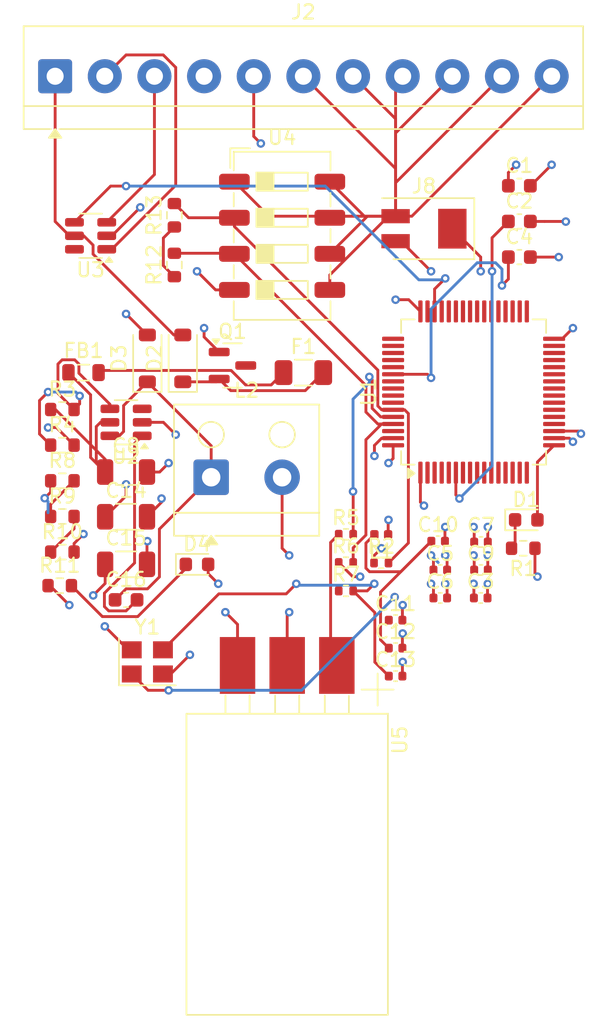
<source format=kicad_pcb>
(kicad_pcb (version 20241229) (generator "pcbnew") (generator_version "9.0")
  (layers (0 "F.Cu" signal) (4 "In1.Cu" signal) (6 "In2.Cu" signal) (2 "B.Cu" signal) (13 "F.Paste" user) (15 "B.Paste" user) (5 "F.SilkS" user "F.Silkscreen") (7 "B.SilkS" user "B.Silkscreen") (1 "F.Mask" user) (3 "B.Mask" user) (25 "Edge.Cuts" user))
  (net 0 "")
  (net 1 "GND")
  (net 2 "+3.3V")
  (net 3 "Net-(U1-PH1)")
  (net 4 "Net-(U1-PD2)")
  (net 5 "BUCK_IN")
  (net 6 "+3.3VA")
  (net 7 "HSE_IN")
  (net 8 "Net-(C13-Pad1)")
  (net 9 "BUCK_SW")
  (net 10 "BUCK_BST")
  (net 11 "LED_STATUS")
  (net 12 "Net-(D1-K)")
  (net 13 "Net-(D2-K)")
  (net 14 "+5V")
  (net 15 "Net-(D4-K)")
  (net 16 "Net-(F1-Pad1)")
  (net 18 "USB_CONN_D_P")
  (net 19 "USB_CONN_D_N")
  (net 20 "+12V")
  (net 21 "I2C1_SCL")
  (net 22 "BUCK_EN")
  (net 23 "BOOT0")
  (net 24 "Net-(R5-Pad1)")
  (net 25 "I2C1_SDA")
  (net 26 "HSE_OUT")
  (net 27 "BUCK_FB")
  (net 28 "Net-(R10-Pad1)")
  (net 29 "Net-(U4-VDD)")
  (net 34 "NRST")
  (net 51 "GYRO_INT")
  (net 54 "USB_D_P")
  (net 77 "USB_D_N")
  (footprint "Capacitor_SMD:C_0402_1005Metric" (layer "F.Cu") (at 174.15 84)
    (property "Reference" "C6")
    (property "Value" "100n")
  )
  (footprint "Capacitor_SMD:C_1206_3216Metric" (layer "F.Cu") (at 152 78.2825)
    (property "Reference" "C14")
    (property "Value" "10u")
  )
  (footprint "Capacitor_SMD:C_1206_3216Metric" (layer "F.Cu") (at 152 81.6325)
    (property "Reference" "C15")
    (property "Value" "10u")
  )
  (footprint "Resistor_SMD:R_0603_1608Metric" (layer "F.Cu") (at 155.405 57.055 90)
    (property "Reference" "R13")
    (property "Value" "2k2")
  )
  (footprint "Capacitor_SMD:C_0603_1608Metric" (layer "F.Cu") (at 179.725 60)
    (property "Reference" "C4")
    (property "Value" "2u2")
  )
  (footprint "Diode_SMD:D_SMB_Modified" (layer "F.Cu") (at 173 58)
    (property "Reference" "J8")
    (property "Value" "DC-005")
  )
  (footprint "Capacitor_SMD:C_0402_1005Metric" (layer "F.Cu") (at 171 85.56)
    (property "Reference" "C11")
    (property "Value" "12p")
  )
  (footprint "Capacitor_SMD:C_0402_1005Metric" (layer "F.Cu") (at 177.02 82.03)
    (property "Reference" "C9")
    (property "Value" "100n")
  )
  (footprint "Resistor_SMD:R_0402_1005Metric" (layer "F.Cu") (at 169.99 81.53)
    (property "Reference" "R2")
    (property "Value" "2k2")
  )
  (footprint "Capacitor_SMD:C_0402_1005Metric" (layer "F.Cu") (at 177 84)
    (property "Reference" "C3")
    (property "Value" "100n")
  )
  (footprint "Capacitor_SMD:C_0402_1005Metric" (layer "F.Cu") (at 177.02 80.06)
    (property "Reference" "C7")
    (property "Value" "100n")
  )
  (footprint "Resistor_SMD:R_0603_1608Metric" (layer "F.Cu") (at 147.51 73.24)
    (property "Reference" "R4")
    (property "Value" "68k")
  )
  (footprint "Inductor_SMD:L_0402_1005Metric" (layer "F.Cu") (at 169.99 79.54 180)
    (property "Reference" "L1")
    (property "Value" "39n")
  )
  (footprint "Fuse:Fuse_1206_3216Metric" (layer "F.Cu") (at 164.5 68.1325)
    (property "Reference" "F1")
    (property "Value" "250mA")
  )
  (footprint "Package_TO_SOT_SMD:SOT-23" (layer "F.Cu") (at 159.5 67.6325)
    (property "Reference" "Q1")
    (property "Value" "AO3401A")
  )
  (footprint "Diode_SMD:D_SOD-123" (layer "F.Cu") (at 153.5 67.1325 90)
    (property "Reference" "D3")
    (property "Value" "B5819W")
  )
  (footprint "TerminalBlock_RND:TerminalBlock_RND_205-00001_1x02_P5.00mm_Horizontal" (layer "F.Cu") (at 158 75.5)
    (property "Reference" "L2")
    (property "Value" "10u")
  )
  (footprint "Package_QFP:LQFP-64_10x10mm_P0.5mm" (layer "F.Cu") (at 176.5 69.5 90)
    (property "Reference" "U1")
    (property "Value" "STM32F405RGT6")
  )
  (footprint "Resistor_SMD:R_0402_1005Metric" (layer "F.Cu") (at 167.5 81.51)
    (property "Reference" "R6")
    (property "Value" "2k2")
  )
  (footprint "Resistor_SMD:R_0603_1608Metric" (layer "F.Cu") (at 180 80.5 180)
    (property "Reference" "R1")
    (property "Value" "1k5")
  )
  (footprint "Resistor_SMD:R_0402_1005Metric" (layer "F.Cu") (at 167.5 79.52)
    (property "Reference" "R5")
    (property "Value" "10k")
  )
  (footprint "Capacitor_SMD:C_0402_1005Metric" (layer "F.Cu") (at 171 89.5)
    (property "Reference" "C13")
    (property "Value" "12p")
  )
  (footprint "Resistor_SMD:R_0603_1608Metric" (layer "F.Cu") (at 147.325 83.1325)
    (property "Reference" "R11")
    (property "Value" "1k")
  )
  (footprint "LED_SMD:LED_0603_1608Metric" (layer "F.Cu") (at 157 81.6325)
    (property "Reference" "D4")
    (property "Value" "RED")
  )
  (footprint "Capacitor_SMD:C_0603_1608Metric" (layer "F.Cu") (at 152 84.1325)
    (property "Reference" "C16")
    (property "Value" "10n")
  )
  (footprint "Capacitor_SMD:CP_Elec_CAP-XX_DMF3Zxxxxxxxx3D" (layer "F.Cu") (at 163.3575 102.75 -90)
    (property "Reference" "U5")
    (property "Value" "PCM12SMTR")
  )
  (footprint "Crystal:Crystal_SMD_3225-4Pin_3.2x2.5mm" (layer "F.Cu") (at 153.5 88.5)
    (property "Reference" "Y1")
    (property "Value" "16MHz")
  )
  (footprint "LED_SMD:LED_0603_1608Metric" (layer "F.Cu") (at 180.2125 78.5)
    (property "Reference" "D1")
    (property "Value" "BLUE")
  )
  (footprint "Resistor_SMD:R_0603_1608Metric" (layer "F.Cu") (at 147.51 78.26)
    (property "Reference" "R9")
    (property "Value" "15k")
  )
  (footprint "Diode_SMD:D_SOD-123" (layer "F.Cu") (at 156 67.1325 90)
    (property "Reference" "D2")
    (property "Value" "B5819W")
  )
  (footprint "Capacitor_SMD:C_0603_1608Metric" (layer "F.Cu") (at 179.725 57.49)
    (property "Reference" "C2")
    (property "Value" "2u2")
  )
  (footprint "Capacitor_SMD:C_0402_1005Metric" (layer "F.Cu") (at 174 80)
    (property "Reference" "C10")
    (property "Value" "1u")
  )
  (footprint "Resistor_SMD:R_0603_1608Metric" (layer "F.Cu") (at 155.405 60.555 90)
    (property "Reference" "R12")
    (property "Value" "2k2")
  )
  (footprint "Resistor_SMD:R_0402_1005Metric" (layer "F.Cu") (at 167.5 83.5)
    (property "Reference" "R7")
    (property "Value" "47")
  )
  (footprint "Resistor_SMD:R_0603_1608Metric" (layer "F.Cu") (at 147.51 75.75)
    (property "Reference" "R8")
    (property "Value" "47k")
  )
  (footprint "Inductor_SMD:L_0805_2012Metric" (layer "F.Cu") (at 149 68.1325)
    (property "Reference" "FB1")
    (property "Value" "600 @ 600MHz")
  )
  (footprint "TerminalBlock_4Ucon:TerminalBlock_4Ucon_1x11_P3.50mm_Horizontal" (layer "F.Cu") (at 147 47.2675)
    (property "Reference" "J2")
    (property "Value" "10118193-0001LF")
  )
  (footprint "Capacitor_SMD:C_0402_1005Metric" (layer "F.Cu") (at 171 87.53)
    (property "Reference" "C12")
    (property "Value" "10n")
  )
  (footprint "Package_TO_SOT_SMD:SOT-23-6" (layer "F.Cu") (at 149.5 58.5 180)
    (property "Reference" "U3")
    (property "Value" "USBLC6-2SC6")
  )
  (footprint "Resistor_SMD:R_0603_1608Metric" (layer "F.Cu") (at 147.51 70.73)
    (property "Reference" "R3")
    (property "Value" "100k")
  )
  (footprint "Button_Switch_SMD:SW_DIP_SPSTx04_Slide_6.7x11.72mm_W6.73mm_P2.54mm_LowProfile_JPin" (layer "F.Cu") (at 163 58.5)
    (property "Reference" "U4")
    (property "Value" "MAX30101EFD")
  )
  (footprint "Package_TO_SOT_SMD:SOT-23-6" (layer "F.Cu") (at 152 71.6325 180)
    (property "Reference" "U2")
    (property "Value" "MP2359DJ-LF-Z")
  )
  (footprint "Capacitor_SMD:C_1206_3216Metric" (layer "F.Cu") (at 152 75.1325)
    (property "Reference" "C8")
    (property "Value" "10u")
  )
  (footprint "Capacitor_SMD:C_0402_1005Metric" (layer "F.Cu") (at 174.15 82.03)
    (property "Reference" "C5")
    (property "Value" "100n")
  )
  (footprint "Capacitor_SMD:C_0603_1608Metric" (layer "F.Cu") (at 179.725 54.98)
    (property "Reference" "C1")
    (property "Value" "4u7")
  )
  (footprint "Resistor_SMD:R_0603_1608Metric" (layer "F.Cu") (at 147.51 80.77)
    (property "Reference" "R10")
    (property "Value" "270")
  )
  (segment (start 171 57.12) (end 171 54.7675) (width 0.2) (layer "F.Cu") (net 0))
  (segment (start 171 57.12) (end 172.1475 57.12) (width 0.2) (layer "F.Cu") (net 0))
  (segment (start 168.795 57.12) (end 166.365 54.69) (width 0.2) (layer "F.Cu") (net 0))
  (segment (start 171 57.12) (end 171 47.7675) (width 0.2) (layer "F.Cu") (net 0))
  (segment (start 171 57.12) (end 171 53.7675) (width 0.2) (layer "F.Cu") (net 0))
  (segment (start 171 57.12) (end 170.5 57.12) (width 0.2) (layer "F.Cu") (net 0))
  (segment (start 171 57.12) (end 171 50.2675) (width 0.2) (layer "F.Cu") (net 0))
  (segment (start 171 57.12) (end 166.475 57.12) (width 0.2) (layer "F.Cu") (net 0))
  (segment (start 166.475 57.12) (end 166.365 57.23) (width 0.2) (layer "F.Cu") (net 0))
  (segment (start 166.365 61.255) (end 166.365 62.31) (width 0.2) (layer "F.Cu") (net 0))
  (segment (start 171 53.7675) (end 164.5 47.2675) (width 0.2) (layer "F.Cu") (net 0))
  (segment (start 171 57.12) (end 168.795 57.12) (width 0.2) (layer "F.Cu") (net 0))
  (segment (start 171 47.7675) (end 171.5 47.2675) (width 0.2) (layer "F.Cu") (net 0))
  (segment (start 171 54.7675) (end 178.5 47.2675) (width 0.2) (layer "F.Cu") (net 0))
  (segment (start 171 57.12) (end 162.065 57.12) (width 0.2) (layer "F.Cu") (net 0))
  (segment (start 171 50.2675) (end 168 47.2675) (width 0.2) (layer "F.Cu") (net 0))
  (segment (start 171 57.12) (end 171 51.2675) (width 0.2) (layer "F.Cu") (net 0))
  (segment (start 169.015 57.12) (end 166.365 59.77) (width 0.2) (layer "F.Cu") (net 0))
  (segment (start 171 51.2675) (end 175 47.2675) (width 0.2) (layer "F.Cu") (net 0))
  (segment (start 172.1475 57.12) (end 182 47.2675) (width 0.2) (layer "F.Cu") (net 0))
  (segment (start 171 57.12) (end 169.015 57.12) (width 0.2) (layer "F.Cu") (net 0))
  (segment (start 170.5 57.12) (end 166.365 61.255) (width 0.2) (layer "F.Cu") (net 0))
  (segment (start 162.065 57.12) (end 159.635 54.69) (width 0.2) (layer "F.Cu") (net 0))
  (segment (start 148.335 73.24) (end 147.095 72) (width 0.2) (layer "F.Cu") (net 1))
  (segment (start 151 58.5) (end 153 56.5) (width 0.2) (layer "F.Cu") (net 1))
  (segment (start 158.5625 66.6825) (end 157.5 65.62) (width 0.2) (layer "F.Cu") (net 1))
  (segment (start 177.5 80.06) (end 177.5 79) (width 0.2) (layer "F.Cu") (net 1))
  (segment (start 171.48 86.52) (end 171.5 86.5) (width 0.2) (layer "F.Cu") (net 1))
  (segment (start 146.5 83.1325) (end 146.6325 83.1325) (width 0.2) (layer "F.Cu") (net 1))
  (segment (start 170.016176 72.75) (end 169.509 73.257176) (width 0.2) (layer "F.Cu") (net 1))
  (segment (start 183 57.5) (end 182.99 57.49) (width 0.2) (layer "F.Cu") (net 1))
  (segment (start 171.48 85.56) (end 171.48 84.52) (width 0.2) (layer "F.Cu") (net 1))
  (segment (start 147.095 72) (end 146.5 72) (width 0.2) (layer "F.Cu") (net 1))
  (segment (start 183.25 72.75) (end 183.5 73) (width 0.2) (layer "F.Cu") (net 1))
  (segment (start 171.38 58.88) (end 173.5 61) (width 0.2) (layer "F.Cu") (net 1))
  (segment (start 171.48 89.5) (end 171.48 88.52) (width 0.2) (layer "F.Cu") (net 1))
  (segment (start 174.48 79.02) (end 174.5 79) (width 0.2) (layer "F.Cu") (net 1))
  (segment (start 180.825 80.5) (end 180.825 82.325) (width 0.2) (layer "F.Cu") (net 1))
  (segment (start 174.63 81.13) (end 174.5 81) (width 0.2) (layer "F.Cu") (net 1))
  (segment (start 181.5 57.49) (end 182.99 57.49) (width 0.2) (layer "F.Cu") (net 1))
  (segment (start 175 58) (end 177 60) (width 0.2) (layer "F.Cu") (net 1))
  (segment (start 177.48 83.02) (end 177.5 83) (width 0.2) (layer "F.Cu") (net 1))
  (segment (start 171 58.88) (end 171.38 58.88) (width 0.2) (layer "F.Cu") (net 1))
  (segment (start 177.5 82.03) (end 177.5 81) (width 0.2) (layer "F.Cu") (net 1))
  (segment (start 177.48 84) (end 177.48 83.02) (width 0.2) (layer "F.Cu") (net 1))
  (segment (start 182.175 72.75) (end 183.25 72.75) (width 0.2) (layer "F.Cu") (net 1))
  (segment (start 171.48 88.52) (end 171.5 88.5) (width 0.2) (layer "F.Cu") (net 1))
  (segment (start 157.5 65.62) (end 157.5 65) (width 0.2) (layer "F.Cu") (net 1))
  (segment (start 153.475 80.025) (end 153.5 80) (width 0.2) (layer "F.Cu") (net 1))
  (segment (start 174.63 84) (end 174.63 83.13) (width 0.2) (layer "F.Cu") (net 1))
  (segment (start 163.3575 85.1425) (end 163.5 85) (width 0.2) (layer "F.Cu") (net 1))
  (segment (start 177 60) (end 177 61) (width 0.2) (layer "F.Cu") (net 1))
  (segment (start 163.3575 88.75) (end 163.3575 85.1425) (width 0.2) (layer "F.Cu") (net 1))
  (segment (start 161 51.5) (end 161.5 52) (width 0.2) (layer "F.Cu") (net 1))
  (segment (start 171.48 87.53) (end 171.48 86.52) (width 0.2) (layer "F.Cu") (net 1))
  (segment (start 150.6375 58.5) (end 151 58.5) (width 0.2) (layer "F.Cu") (net 1))
  (segment (start 169.509 73.257176) (end 169.509 74) (width 0.2) (layer "F.Cu") (net 1))
  (segment (start 154.3675 75.1325) (end 155 74.5) (width 0.2) (layer "F.Cu") (net 1))
  (segment (start 152.15 87.65) (end 150.5 86) (width 0.2) (layer "F.Cu") (net 1))
  (segment (start 171.48 84.52) (end 171.5 84.5) (width 0.2) (layer "F.Cu") (net 1))
  (segment (start 180.5 60) (end 182.5 60) (width 0.2) (layer "F.Cu") (net 1))
  (segment (start 155.15 89.35) (end 156.5 88) (width 0.2) (layer "F.Cu") (net 1))
  (segment (start 154.6325 71.6325) (end 155.5 72.5) (width 0.2) (layer "F.Cu") (net 1))
  (segment (start 174.63 82.03) (end 174.63 81.13) (width 0.2) (layer "F.Cu") (net 1))
  (segment (start 146.6325 83.1325) (end 148 84.5) (width 0.2) (layer "F.Cu") (net 1))
  (segment (start 174.48 80) (end 174.48 79.02) (width 0.2) (layer "F.Cu") (net 1))
  (segment (start 153.475 81.6325) (end 153.475 80.025) (width 0.2) (layer "F.Cu") (net 1))
  (segment (start 180.5 54.98) (end 180.52 54.98) (width 0.2) (layer "F.Cu") (net 1))
  (segment (start 180.825 82.325) (end 181 82.5) (width 0.2) (layer "F.Cu") (net 1))
  (segment (start 148.335 80.77) (end 148.335 80.165) (width 0.2) (layer "F.Cu") (net 1))
  (segment (start 159.635 62.31) (end 158.31 62.31) (width 0.2) (layer "F.Cu") (net 1))
  (segment (start 161 47.2675) (end 161 51.5) (width 0.2) (layer "F.Cu") (net 1))
  (segment (start 154.5 77.2575) (end 154.5 77) (width 0.2) (layer "F.Cu") (net 1))
  (segment (start 152.4 87.65) (end 152.15 87.65) (width 0.2) (layer "F.Cu") (net 1))
  (segment (start 174.63 83.13) (end 174.5 83) (width 0.2) (layer "F.Cu") (net 1))
  (segment (start 170.825 72.75) (end 170.016176 72.75) (width 0.2) (layer "F.Cu") (net 1))
  (segment (start 148.335 80.165) (end 149 79.5) (width 0.2) (layer "F.Cu") (net 1))
  (segment (start 154.6 89.35) (end 155.15 89.35) (width 0.2) (layer "F.Cu") (net 1))
  (segment (start 153.1375 71.6325) (end 154.6325 71.6325) (width 0.2) (layer "F.Cu") (net 1))
  (segment (start 180.5 57.49) (end 181.5 57.49) (width 0.2) (layer "F.Cu") (net 1))
  (segment (start 153.5 65.4825) (end 153.4825 65.4825) (width 0.2) (layer "F.Cu") (net 1))
  (segment (start 180.52 54.98) (end 182 53.5) (width 0.2) (layer "F.Cu") (net 1))
  (segment (start 153.475 75.1325) (end 154.3675 75.1325) (width 0.2) (layer "F.Cu") (net 1))
  (segment (start 153.4825 65.4825) (end 152 64) (width 0.2) (layer "F.Cu") (net 1))
  (segment (start 153.475 78.2825) (end 154.5 77.2575) (width 0.2) (layer "F.Cu") (net 1))
  (segment (start 158.31 62.31) (end 157 61) (width 0.2) (layer "F.Cu") (net 1))
  (via (at 154.5 77) (size 0.6) (drill 0.3) (layers "F.Cu" "B.Cu") (net 1))
  (via (at 173.5 61) (size 0.6) (drill 0.3) (layers "F.Cu" "B.Cu") (net 1))
  (via (at 171.5 88.5) (size 0.6) (drill 0.3) (layers "F.Cu" "B.Cu") (net 1))
  (via (at 157 61) (size 0.6) (drill 0.3) (layers "F.Cu" "B.Cu") (net 1))
  (via (at 171.5 84.5) (size 0.6) (drill 0.3) (layers "F.Cu" "B.Cu") (net 1))
  (via (at 149 79.5) (size 0.6) (drill 0.3) (layers "F.Cu" "B.Cu") (net 1))
  (via (at 181 82.5) (size 0.6) (drill 0.3) (layers "F.Cu" "B.Cu") (net 1))
  (via (at 155.5 72.5) (size 0.6) (drill 0.3) (layers "F.Cu" "B.Cu") (net 1))
  (via (at 150.5 86) (size 0.6) (drill 0.3) (layers "F.Cu" "B.Cu") (net 1))
  (via (at 177 61) (size 0.6) (drill 0.3) (layers "F.Cu" "B.Cu") (net 1))
  (via (at 156.5 88) (size 0.6) (drill 0.3) (layers "F.Cu" "B.Cu") (net 1))
  (via (at 177.5 79) (size 0.6) (drill 0.3) (layers "F.Cu" "B.Cu") (net 1))
  (via (at 182.5 60) (size 0.6) (drill 0.3) (layers "F.Cu" "B.Cu") (net 1))
  (via (at 174.5 83) (size 0.6) (drill 0.3) (layers "F.Cu" "B.Cu") (net 1))
  (via (at 153 56.5) (size 0.6) (drill 0.3) (layers "F.Cu" "B.Cu") (net 1))
  (via (at 174.5 79) (size 0.6) (drill 0.3) (layers "F.Cu" "B.Cu") (net 1))
  (via (at 177.5 83) (size 0.6) (drill 0.3) (layers "F.Cu" "B.Cu") (net 1))
  (via (at 183 57.5) (size 0.6) (drill 0.3) (layers "F.Cu" "B.Cu") (net 1))
  (via (at 155 74.5) (size 0.6) (drill 0.3) (layers "F.Cu" "B.Cu") (net 1))
  (via (at 153.5 80) (size 0.6) (drill 0.3) (layers "F.Cu" "B.Cu") (net 1))
  (via (at 157.5 65) (size 0.6) (drill 0.3) (layers "F.Cu" "B.Cu") (net 1))
  (via (at 182 53.5) (size 0.6) (drill 0.3) (layers "F.Cu" "B.Cu") (net 1))
  (via (at 177.5 81) (size 0.6) (drill 0.3) (layers "F.Cu" "B.Cu") (net 1))
  (via (at 183.5 73) (size 0.6) (drill 0.3) (layers "F.Cu" "B.Cu") (net 1))
  (via (at 163.5 85) (size 0.6) (drill 0.3) (layers "F.Cu" "B.Cu") (net 1))
  (via (at 171.5 86.5) (size 0.6) (drill 0.3) (layers "F.Cu" "B.Cu") (net 1))
  (via (at 148 84.5) (size 0.6) (drill 0.3) (layers "F.Cu" "B.Cu") (net 1))
  (via (at 146.5 72) (size 0.6) (drill 0.3) (layers "F.Cu" "B.Cu") (net 1))
  (via (at 169.509 74) (size 0.6) (drill 0.3) (layers "F.Cu" "B.Cu") (net 1))
  (via (at 152 64) (size 0.6) (drill 0.3) (layers "F.Cu" "B.Cu") (net 1))
  (via (at 174.5 81) (size 0.6) (drill 0.3) (layers "F.Cu" "B.Cu") (net 1))
  (via (at 161.5 52) (size 0.6) (drill 0.3) (layers "F.Cu" "B.Cu") (net 1))
  (segment (start 171.925 63) (end 171 63) (width 0.2) (layer "F.Cu") (net 2))
  (segment (start 176.52 84) (end 176.52 83.986398) (width 0.2) (layer "F.Cu") (net 2))
  (segment (start 150.525 82.975) (end 149.683015 83.816985) (width 0.2) (layer "F.Cu") (net 2))
  (segment (start 176.52 84) (end 176.52 83.02) (width 0.2) (layer "F.Cu") (net 2))
  (segment (start 157.7875 81.6325) (end 157.7875 82.2875) (width 0.2) (layer "F.Cu") (net 2))
  (segment (start 157.7875 82.2875) (end 158.5 83) (width 0.2) (layer "F.Cu") (net 2))
  (segment (start 176.54 82.03) (end 176.54 81.04) (width 0.2) (layer "F.Cu") (net 2))
  (segment (start 159.8575 85.8575) (end 159 85) (width 0.2) (layer "F.Cu") (net 2))
  (segment (start 167.98 82.5) (end 168.5 82.5) (width 0.2) (layer "F.Cu") (net 2))
  (segment (start 146.685 75.75) (end 146.685 76.55147) (width 0.2) (layer "F.Cu") (net 2))
  (segment (start 146.685 76.55147) (end 146.262067 76.974403) (width 0.2) (layer "F.Cu") (net 2))
  (segment (start 170.825 74.175) (end 170.5 74.5) (width 0.2) (layer "F.Cu") (net 2))
  (segment (start 169.48 81.02) (end 170 80.5) (width 0.2) (layer "F.Cu") (net 2))
  (segment (start 172.75 63.825) (end 171.925 63) (width 0.2) (layer "F.Cu") (net 2))
  (segment (start 176.54 81.04) (end 176.5 81) (width 0.2) (layer "F.Cu") (net 2))
  (segment (start 151.999 76.8085) (end 151.999 76) (width 0.2) (layer "F.Cu") (net 2))
  (segment (start 150.525 81.6325) (end 150.525 82.975) (width 0.2) (layer "F.Cu") (net 2))
  (segment (start 176.52 83.986398) (end 176.510845 83.977243) (width 0.2) (layer "F.Cu") (net 2))
  (segment (start 182.175 72.25) (end 183.881374 72.25) (width 0.2) (layer "F.Cu") (net 2))
  (segment (start 176.52 83.02) (end 176.5 83) (width 0.2) (layer "F.Cu") (net 2))
  (segment (start 173.67 83.17) (end 173.5 83) (width 0.2) (layer "F.Cu") (net 2))
  (segment (start 178.95 54.98) (end 178.95 54.05) (width 0.2) (layer "F.Cu") (net 2))
  (segment (start 183.881374 72.25) (end 184.065687 72.434313) (width 0.2) (layer "F.Cu") (net 2))
  (segment (start 159.8575 88.75) (end 159.8575 85.8575) (width 0.2) (layer "F.Cu") (net 2))
  (segment (start 163 75.5) (end 163 80.5) (width 0.2) (layer "F.Cu") (net 2))
  (segment (start 176.54 79.04) (end 176.5 79) (width 0.2) (layer "F.Cu") (net 2))
  (segment (start 170.475 79.54) (end 170.475 78.525) (width 0.2) (layer "F.Cu") (net 2))
  (segment (start 170.825 73.25) (end 170.825 74.175) (width 0.2) (layer "F.Cu") (net 2))
  (segment (start 172.75 77.25) (end 173 77.5) (width 0.2) (layer "F.Cu") (net 2))
  (segment (start 178.95 54.05) (end 179.5 53.5) (width 0.2) (layer "F.Cu") (net 2))
  (segment (start 173.67 82.03) (end 173.67 81.17) (width 0.2) (layer "F.Cu") (net 2))
  (segment (start 172.75 75.175) (end 172.75 77.25) (width 0.2) (layer "F.Cu") (net 2))
  (segment (start 169.48 81.53) (end 169.48 81.02) (width 0.2) (layer "F.Cu") (net 2))
  (segment (start 150.525 78.2825) (end 151.999 76.8085) (width 0.2) (layer "F.Cu") (net 2))
  (segment (start 182.75 65.75) (end 183.5 65) (width 0.2) (layer "F.Cu") (net 2))
  (segment (start 176.54 80.06) (end 176.54 79.04) (width 0.2) (layer "F.Cu") (net 2))
  (segment (start 182.175 65.75) (end 182.75 65.75) (width 0.2) (layer "F.Cu") (net 2))
  (segment (start 173.67 81.17) (end 173.5 81) (width 0.2) (layer "F.Cu") (net 2))
  (segment (start 170.475 78.525) (end 170.5 78.5) (width 0.2) (layer "F.Cu") (net 2))
  (segment (start 163 80.5) (end 163.5 81) (width 0.2) (layer "F.Cu") (net 2))
  (segment (start 166.99 81.51) (end 167.98 82.5) (width 0.2) (layer "F.Cu") (net 2))
  (segment (start 173.67 84) (end 173.67 83.17) (width 0.2) (layer "F.Cu") (net 2))
  (via (at 149.683015 83.816985) (size 0.6) (drill 0.3) (layers "F.Cu" "B.Cu") (net 2))
  (via (at 176.5 83) (size 0.6) (drill 0.3) (layers "F.Cu" "B.Cu") (net 2))
  (via (at 171 63) (size 0.6) (drill 0.3) (layers "F.Cu" "B.Cu") (net 2))
  (via (at 176.5 79) (size 0.6) (drill 0.3) (layers "F.Cu" "B.Cu") (net 2))
  (via (at 173 77.5) (size 0.6) (drill 0.3) (layers "F.Cu" "B.Cu") (net 2))
  (via (at 151.999 76) (size 0.6) (drill 0.3) (layers "F.Cu" "B.Cu") (net 2))
  (via (at 170.5 78.5) (size 0.6) (drill 0.3) (layers "F.Cu" "B.Cu") (net 2))
  (via (at 159 85) (size 0.6) (drill 0.3) (layers "F.Cu" "B.Cu") (net 2))
  (via (at 146.262067 76.974403) (size 0.6) (drill 0.3) (layers "F.Cu" "B.Cu") (net 2))
  (via (at 176.5 81) (size 0.6) (drill 0.3) (layers "F.Cu" "B.Cu") (net 2))
  (via (at 168.5 82.5) (size 0.6) (drill 0.3) (layers "F.Cu" "B.Cu") (net 2))
  (via (at 173.5 81) (size 0.6) (drill 0.3) (layers "F.Cu" "B.Cu") (net 2))
  (via (at 170 80.5) (size 0.6) (drill 0.3) (layers "F.Cu" "B.Cu") (net 2))
  (via (at 184.065687 72.434313) (size 0.6) (drill 0.3) (layers "F.Cu" "B.Cu") (net 2))
  (via (at 158.5 83) (size 0.6) (drill 0.3) (layers "F.Cu" "B.Cu") (net 2))
  (via (at 163.5 81) (size 0.6) (drill 0.3) (layers "F.Cu" "B.Cu") (net 2))
  (via (at 183.5 65) (size 0.6) (drill 0.3) (layers "F.Cu" "B.Cu") (net 2))
  (via (at 179.5 53.5) (size 0.6) (drill 0.3) (layers "F.Cu" "B.Cu") (net 2))
  (via (at 170.5 74.5) (size 0.6) (drill 0.3) (layers "F.Cu" "B.Cu") (net 2))
  (via (at 173.5 83) (size 0.6) (drill 0.3) (layers "F.Cu" "B.Cu") (net 2))
  (segment (start 174 81.5) (end 173.5 81) (width 0.2) (layer "B.Cu") (net 2))
  (segment (start 146.262067 76.974403) (end 146.5 77.212336) (width 0.2) (layer "B.Cu") (net 2))
  (segment (start 146.5 77.212336) (end 146.5 78) (width 0.2) (layer "B.Cu") (net 2))
  (segment (start 175.25 76.75) (end 175.25 75.175) (width 0.2) (layer "F.Cu") (net 3))
  (segment (start 178.95 57.49) (end 177.800003 58.639997) (width 0.2) (layer "F.Cu") (net 3))
  (segment (start 177.800003 58.639997) (end 177.800003 61) (width 0.2) (layer "F.Cu") (net 3))
  (segment (start 175.5 77) (end 175.25 76.75) (width 0.2) (layer "F.Cu") (net 3))
  (via (at 177.800003 61) (size 0.6) (drill 0.3) (layers "F.Cu" "B.Cu") (net 3))
  (via (at 175.5 77) (size 0.6) (drill 0.3) (layers "F.Cu" "B.Cu") (net 3))
  (segment (start 177.800003 61) (end 177.800003 74.699997) (width 0.2) (layer "B.Cu") (net 3))
  (segment (start 177.800003 74.699997) (end 175.5 77) (width 0.2) (layer "B.Cu") (net 3))
  (segment (start 173.25 68.25) (end 170.825 68.25) (width 0.2) (layer "F.Cu") (net 4))
  (segment (start 173.5 68.5) (end 173.25 68.25) (width 0.2) (layer "F.Cu") (net 4))
  (segment (start 178.95 60) (end 178.95 61.55) (width 0.2) (layer "F.Cu") (net 4))
  (segment (start 178.95 61.55) (end 178.5 62) (width 0.2) (layer "F.Cu") (net 4))
  (via (at 173.5 68.5) (size 0.6) (drill 0.3) (layers "F.Cu" "B.Cu") (net 4))
  (via (at 178.5 62) (size 0.6) (drill 0.3) (layers "F.Cu" "B.Cu") (net 4))
  (segment (start 173.5 63.650057) (end 173.5 68.5) (width 0.2) (layer "B.Cu") (net 4))
  (segment (start 178.048946 60.399) (end 176.751057 60.399) (width 0.2) (layer "B.Cu") (net 4))
  (segment (start 178.5 62) (end 178.5 60.850054) (width 0.2) (layer "B.Cu") (net 4))
  (segment (start 178.5 60.850054) (end 178.048946 60.399) (width 0.2) (layer "B.Cu") (net 4))
  (segment (start 176.751057 60.399) (end 173.5 63.650057) (width 0.2) (layer "B.Cu") (net 4))
  (segment (start 149.5 74.1075) (end 149.5 69.695) (width 0.2) (layer "F.Cu") (net 5))
  (segment (start 150.525 75.1325) (end 150.525 74.2325) (width 0.2) (layer "F.Cu") (net 5))
  (segment (start 150.525 75.1325) (end 149.5 74.1075) (width 0.2) (layer "F.Cu") (net 5))
  (segment (start 149.5 69.695) (end 147.9375 68.1325) (width 0.2) (layer "F.Cu") (net 5))
  (segment (start 150.200001 71.6325) (end 150.8625 71.6325) (width 0.2) (layer "F.Cu") (net 5))
  (segment (start 149.899 71.933501) (end 150.200001 71.6325) (width 0.2) (layer "F.Cu") (net 5))
  (segment (start 150.525 75.1325) (end 149.899 74.5065) (width 0.2) (layer "F.Cu") (net 5))
  (segment (start 150.525 74.2325) (end 147.0225 70.73) (width 0.2) (layer "F.Cu") (net 5))
  (segment (start 147.0225 70.73) (end 146.685 70.73) (width 0.2) (layer "F.Cu") (net 5))
  (segment (start 149.899 74.5065) (end 149.899 71.933501) (width 0.2) (layer "F.Cu") (net 5))
  (segment (start 173.52 80) (end 171.369 82.151) (width 0.2) (layer "F.Cu") (net 6))
  (segment (start 168.909 80.136) (end 169.505 79.54) (width 0.2) (layer "F.Cu") (net 6))
  (segment (start 171.369 82.151) (end 169.16066 82.151) (width 0.2) (layer "F.Cu") (net 6))
  (segment (start 169.16066 82.151) (end 168.909 81.89934) (width 0.2) (layer "F.Cu") (net 6))
  (segment (start 169.939 86.949) (end 170.52 87.53) (width 0.2) (layer "F.Cu") (net 6))
  (segment (start 169.939 83.581) (end 169.939 86.949) (width 0.2) (layer "F.Cu") (net 6))
  (segment (start 173.52 80) (end 169.939 83.581) (width 0.2) (layer "F.Cu") (net 6))
  (segment (start 168.909 81.89934) (end 168.909 80.136) (width 0.2) (layer "F.Cu") (net 6))
  (segment (start 152.4 89.35) (end 153.55 90.5) (width 0.2) (layer "F.Cu") (net 7))
  (segment (start 153.55 90.5) (end 155 90.5) (width 0.2) (layer "F.Cu") (net 7))
  (via (at 155 90.5) (size 0.6) (drill 0.3) (layers "F.Cu" "B.Cu") (net 7))
  (via (at 170.934313 83.934313) (size 0.6) (drill 0.3) (layers "F.Cu" "B.Cu") (net 7))
  (segment (start 164.368626 90.5) (end 170.934313 83.934313) (width 0.2) (layer "B.Cu") (net 7))
  (segment (start 155 90.5) (end 164.368626 90.5) (width 0.2) (layer "B.Cu") (net 7))
  (segment (start 154.6 87.65) (end 158.5385 83.7115) (width 0.2) (layer "F.Cu") (net 8))
  (segment (start 163.2885 83.7115) (end 164 83) (width 0.2) (layer "F.Cu") (net 8))
  (segment (start 169 83.5) (end 168.01 83.5) (width 0.2) (layer "F.Cu") (net 8))
  (segment (start 170.52 89.5) (end 169.538 88.518) (width 0.2) (layer "F.Cu") (net 8))
  (segment (start 158.5385 83.7115) (end 163.2885 83.7115) (width 0.2) (layer "F.Cu") (net 8))
  (segment (start 169.538 85.028) (end 168.01 83.5) (width 0.2) (layer "F.Cu") (net 8))
  (segment (start 169.538 88.518) (end 169.538 85.028) (width 0.2) (layer "F.Cu") (net 8))
  (segment (start 169.5 83) (end 169 83.5) (width 0.2) (layer "F.Cu") (net 8))
  (via (at 164 83) (size 0.6) (drill 0.3) (layers "F.Cu" "B.Cu") (net 8))
  (via (at 169.5 83) (size 0.6) (drill 0.3) (layers "F.Cu" "B.Cu") (net 8))
  (segment (start 169.399 83.101) (end 169.5 83) (width 0.2) (layer "B.Cu") (net 8))
  (segment (start 164.101 83.101) (end 169.399 83.101) (width 0.2) (layer "B.Cu") (net 8))
  (segment (start 164 83) (end 164.101 83.101) (width 0.2) (layer "B.Cu") (net 8))
  (segment (start 153.51216 83.3565) (end 152.001 83.3565) (width 0.2) (layer "F.Cu") (net 9))
  (segment (start 158 75.5) (end 154.351 79.149) (width 0.2) (layer "F.Cu") (net 9))
  (segment (start 153.5 68.7825) (end 151.826 70.4565) (width 0.2) (layer "F.Cu") (net 9))
  (segment (start 158 73.2825) (end 158 75.5) (width 0.2) (layer "F.Cu") (net 9))
  (segment (start 151.826 72.281499) (end 151.524999 72.5825) (width 0.2) (layer "F.Cu") (net 9))
  (segment (start 154.351 82.51766) (end 153.51216 83.3565) (width 0.2) (layer "F.Cu") (net 9))
  (segment (start 151.826 70.4565) (end 151.826 72.281499) (width 0.2) (layer "F.Cu") (net 9))
  (segment (start 153.5 68.7825) (end 158 73.2825) (width 0.2) (layer "F.Cu") (net 9))
  (segment (start 152.001 83.3565) (end 151.225 84.1325) (width 0.2) (layer "F.Cu") (net 9))
  (segment (start 154.351 79.149) (end 154.351 82.51766) (width 0.2) (layer "F.Cu") (net 9))
  (segment (start 151.524999 72.5825) (end 150.8625 72.5825) (width 0.2) (layer "F.Cu") (net 9))
  (segment (start 150.474 84.60661) (end 150.77589 84.9085) (width 0.2) (layer "F.Cu") (net 10))
  (segment (start 153.1375 72.5825) (end 152.599 73.121) (width 0.2) (layer "F.Cu") (net 10))
  (segment (start 151.999 84.9085) (end 152.775 84.1325) (width 0.2) (layer "F.Cu") (net 10))
  (segment (start 152.599 81.53339) (end 150.474 83.65839) (width 0.2) (layer "F.Cu") (net 10))
  (segment (start 152.599 73.121) (end 152.599 81.53339) (width 0.2) (layer "F.Cu") (net 10))
  (segment (start 150.77589 84.9085) (end 151.999 84.9085) (width 0.2) (layer "F.Cu") (net 10))
  (segment (start 150.474 83.65839) (end 150.474 84.60661) (width 0.2) (layer "F.Cu") (net 10))
  (segment (start 181 74.425) (end 182.175 73.25) (width 0.2) (layer "F.Cu") (net 11))
  (segment (start 181 78.5) (end 181 74.425) (width 0.2) (layer "F.Cu") (net 11))
  (segment (start 179.425 78.5) (end 179.425 80.25) (width 0.2) (layer "F.Cu") (net 12))
  (segment (start 179.425 80.25) (end 179.175 80.5) (width 0.2) (layer "F.Cu") (net 12))
  (segment (start 159.381 69.401) (end 164.6315 69.401) (width 0.2) (layer "F.Cu") (net 13))
  (segment (start 164.6315 69.401) (end 165.9 68.1325) (width 0.2) (layer "F.Cu") (net 13))
  (segment (start 156 68.7825) (end 158.3625 68.7825) (width 0.2) (layer "F.Cu") (net 13))
  (segment (start 158.5625 68.5825) (end 159.381 69.401) (width 0.2) (layer "F.Cu") (net 13))
  (segment (start 158.3625 68.7825) (end 158.5625 68.5825) (width 0.2) (layer "F.Cu") (net 13))
  (segment (start 149.674 59.790968) (end 155.365532 65.4825) (width 0.2) (layer "F.Cu") (net 14))
  (segment (start 147 57.491968) (end 147 47.2675) (width 0.2) (layer "F.Cu") (net 14))
  (segment (start 149.674 59.1565) (end 149.674 59.790968) (width 0.2) (layer "F.Cu") (net 14))
  (segment (start 148.3625 58.5) (end 149.0175 58.5) (width 0.2) (layer "F.Cu") (net 14))
  (segment (start 148.3625 58.5) (end 148.008032 58.5) (width 0.2) (layer "F.Cu") (net 14))
  (segment (start 149.0175 58.5) (end 149.674 59.1565) (width 0.2) (layer "F.Cu") (net 14))
  (segment (start 155.365532 65.4825) (end 156 65.4825) (width 0.2) (layer "F.Cu") (net 14))
  (segment (start 148.008032 58.5) (end 147 57.491968) (width 0.2) (layer "F.Cu") (net 14))
  (segment (start 148.15 83.1325) (end 150.327 85.3095) (width 0.2) (layer "F.Cu") (net 15))
  (segment (start 156.2125 81.92011) (end 156.2125 81.6325) (width 0.2) (layer "F.Cu") (net 15))
  (segment (start 152.82311 85.3095) (end 156.2125 81.92011) (width 0.2) (layer "F.Cu") (net 15))
  (segment (start 150.327 85.3095) (end 152.82311 85.3095) (width 0.2) (layer "F.Cu") (net 15))
  (segment (start 150.2135 67.9815) (end 159.407032 67.9815) (width 0.2) (layer "F.Cu") (net 16))
  (segment (start 159.407032 67.9815) (end 160.425532 69) (width 0.2) (layer "F.Cu") (net 16))
  (segment (start 150.0625 68.1325) (end 150.2135 67.9815) (width 0.2) (layer "F.Cu") (net 16))
  (segment (start 160.425532 69) (end 162.2325 69) (width 0.2) (layer "F.Cu") (net 16))
  (segment (start 162.2325 69) (end 163.1 68.1325) (width 0.2) (layer "F.Cu") (net 16))
  (segment (start 154 54.1875) (end 154 47.2675) (width 0.2) (layer "F.Cu") (net 18))
  (segment (start 150.6375 57.55) (end 154 54.1875) (width 0.2) (layer "F.Cu") (net 18))
  (segment (start 155.501 46.645765) (end 154.621735 45.7665) (width 0.2) (layer "F.Cu") (net 19))
  (segment (start 150.6375 59.45) (end 150.991968 59.45) (width 0.2) (layer "F.Cu") (net 19))
  (segment (start 155.501 54.940968) (end 155.501 46.645765) (width 0.2) (layer "F.Cu") (net 19))
  (segment (start 154.621735 45.7665) (end 152.001 45.7665) (width 0.2) (layer "F.Cu") (net 19))
  (segment (start 150.991968 59.45) (end 155.501 54.940968) (width 0.2) (layer "F.Cu") (net 19))
  (segment (start 152.001 45.7665) (end 150.5 47.2675) (width 0.2) (layer "F.Cu") (net 19))
  (segment (start 170.825 70.75) (end 171.633824 70.75) (width 0.2) (layer "F.Cu") (net 21))
  (segment (start 171.901 80.129) (end 170.5 81.53) (width 0.2) (layer "F.Cu") (net 21))
  (segment (start 170.016176 70.75) (end 170.825 70.75) (width 0.2) (layer "F.Cu") (net 21))
  (segment (start 171.633824 70.75) (end 171.901 71.017176) (width 0.2) (layer "F.Cu") (net 21))
  (segment (start 169.749 70.482824) (end 170.016176 70.75) (width 0.2) (layer "F.Cu") (net 21))
  (segment (start 155.405 56.23) (end 156.405 57.23) (width 0.2) (layer "F.Cu") (net 21))
  (segment (start 156.405 57.23) (end 159.635 57.23) (width 0.2) (layer "F.Cu") (net 21))
  (segment (start 159.635 57.23) (end 159.635 57.84384) (width 0.2) (layer "F.Cu") (net 21))
  (segment (start 169.749 67.95784) (end 169.749 70.482824) (width 0.2) (layer "F.Cu") (net 21))
  (segment (start 171.901 71.017176) (end 171.901 80.129) (width 0.2) (layer "F.Cu") (net 21))
  (segment (start 159.635 57.84384) (end 169.749 67.95784) (width 0.2) (layer "F.Cu") (net 21))
  (segment (start 148.728235 69.771765) (end 148.728235 70.336765) (width 0.2) (layer "F.Cu") (net 22))
  (segment (start 145.899 72.454) (end 145.899 70.101) (width 0.2) (layer "F.Cu") (net 22))
  (segment (start 147.199 69.594) (end 147.199 67.5299) (width 0.2) (layer "F.Cu") (net 22))
  (segment (start 148.728235 70.336765) (end 148.335 70.73) (width 0.2) (layer "F.Cu") (net 22))
  (segment (start 146.685 73.24) (end 145.899 72.454) (width 0.2) (layer "F.Cu") (net 22))
  (segment (start 148.676 67.5299) (end 148.676 68.176) (width 0.2) (layer "F.Cu") (net 22))
  (segment (start 147.4974 67.2315) (end 148.3776 67.2315) (width 0.2) (layer "F.Cu") (net 22))
  (segment (start 148.676 68.176) (end 150.8625 70.3625) (width 0.2) (layer "F.Cu") (net 22))
  (segment (start 150.8625 70.3625) (end 150.8625 70.6825) (width 0.2) (layer "F.Cu") (net 22))
  (segment (start 145.899 70.101) (end 146.5 69.5) (width 0.2) (layer "F.Cu") (net 22))
  (segment (start 148.335 70.73) (end 147.199 69.594) (width 0.2) (layer "F.Cu") (net 22))
  (segment (start 148.3776 67.2315) (end 148.676 67.5299) (width 0.2) (layer "F.Cu") (net 22))
  (segment (start 147.199 67.5299) (end 147.4974 67.2315) (width 0.2) (layer "F.Cu") (net 22))
  (via (at 148.728235 69.771765) (size 0.6) (drill 0.3) (layers "F.Cu" "B.Cu") (net 22))
  (via (at 146.5 69.5) (size 0.6) (drill 0.3) (layers "F.Cu" "B.Cu") (net 22))
  (segment (start 146.5 69.5) (end 148.45647 69.5) (width 0.2) (layer "B.Cu") (net 22))
  (segment (start 148.45647 69.5) (end 148.728235 69.771765) (width 0.2) (layer "B.Cu") (net 22))
  (segment (start 168.01 79.52) (end 168.01 76.51) (width 0.2) (layer "F.Cu") (net 23))
  (segment (start 169.348 68.634473) (end 169.348 70.648924) (width 0.2) (layer "F.Cu") (net 23))
  (segment (start 169.149 68.435473) (end 169.348 68.634473) (width 0.2) (layer "F.Cu") (net 23))
  (segment (start 169.348 70.648924) (end 169.949076 71.25) (width 0.2) (layer "F.Cu") (net 23))
  (segment (start 169.949076 71.25) (end 170.825 71.25) (width 0.2) (layer "F.Cu") (net 23))
  (segment (start 168.01 76.51) (end 168 76.5) (width 0.2) (layer "F.Cu") (net 23))
  (via (at 168 76.5) (size 0.6) (drill 0.3) (layers "F.Cu" "B.Cu") (net 23))
  (via (at 169.149 68.435473) (size 0.6) (drill 0.3) (layers "F.Cu" "B.Cu") (net 23))
  (segment (start 169.149 68.851) (end 169.149 68.435473) (width 0.2) (layer "B.Cu") (net 23))
  (segment (start 168 76.5) (end 168 70) (width 0.2) (layer "B.Cu") (net 23))
  (segment (start 168 70) (end 169.149 68.851) (width 0.2) (layer "B.Cu") (net 23))
  (segment (start 166.8575 88.75) (end 166.419 88.3115) (width 0.2) (layer "F.Cu") (net 24))
  (segment (start 166.419 80.091) (end 166.99 79.52) (width 0.2) (layer "F.Cu") (net 24))
  (segment (start 166.419 88.3115) (end 166.419 80.091) (width 0.2) (layer "F.Cu") (net 24))
  (segment (start 168.909 79.5689) (end 168.909 72.857176) (width 0.2) (layer "F.Cu") (net 25))
  (segment (start 159.595 59.73) (end 159.635 59.77) (width 0.2) (layer "F.Cu") (net 25))
  (segment (start 168.01 80.4679) (end 168.909 79.5689) (width 0.2) (layer "F.Cu") (net 25))
  (segment (start 168.909 69.044) (end 168.909 70.909) (width 0.2) (layer "F.Cu") (net 25))
  (segment (start 155.405 59.73) (end 159.595 59.73) (width 0.2) (layer "F.Cu") (net 25))
  (segment (start 168.909 70.909) (end 169.75 71.75) (width 0.2) (layer "F.Cu") (net 25))
  (segment (start 169.75 71.75) (end 170.016176 71.75) (width 0.2) (layer "F.Cu") (net 25))
  (segment (start 170.016176 71.75) (end 170.825 71.75) (width 0.2) (layer "F.Cu") (net 25))
  (segment (start 168.01 81.51) (end 168.01 80.4679) (width 0.2) (layer "F.Cu") (net 25))
  (segment (start 168.909 72.857176) (end 170.016176 71.75) (width 0.2) (layer "F.Cu") (net 25))
  (segment (start 159.635 59.77) (end 168.909 69.044) (width 0.2) (layer "F.Cu") (net 25))
  (segment (start 146.685 77.4) (end 148.335 75.75) (width 0.2) (layer "F.Cu") (net 27))
  (segment (start 146.685 78.26) (end 146.685 77.4) (width 0.2) (layer "F.Cu") (net 27))
  (segment (start 148.335 78.26) (end 148.335 79.12) (width 0.2) (layer "F.Cu") (net 28))
  (segment (start 148.335 79.12) (end 146.685 80.77) (width 0.2) (layer "F.Cu") (net 28))
  (segment (start 154.629 60.604) (end 154.629 58.656) (width 0.2) (layer "F.Cu") (net 29))
  (segment (start 154.629 58.656) (end 155.405 57.88) (width 0.2) (layer "F.Cu") (net 29))
  (segment (start 155.405 61.38) (end 154.629 60.604) (width 0.2) (layer "F.Cu") (net 29))
  (segment (start 173.75 62.25) (end 173.75 63.825) (width 0.2) (layer "F.Cu") (net 54))
  (segment (start 174.5 61.5) (end 173.75 62.25) (width 0.2) (layer "F.Cu") (net 54))
  (segment (start 148.3625 57.55) (end 150.9125 55) (width 0.2) (layer "F.Cu") (net 54))
  (segment (start 150.9125 55) (end 152 55) (width 0.2) (layer "F.Cu") (net 54))
  (via (at 152 55) (size 0.6) (drill 0.3) (layers "F.Cu" "B.Cu") (net 54))
  (via (at 174.5 61.5) (size 0.6) (drill 0.3) (layers "F.Cu" "B.Cu") (net 54))
  (segment (start 174.399 61.601) (end 174.5 61.5) (width 0.2) (layer "B.Cu") (net 54))
  (segment (start 172.641169 61.601) (end 174.399 61.601) (width 0.2) (layer "B.Cu") (net 54))
  (segment (start 152 55) (end 166.040169 55) (width 0.2) (layer "B.Cu") (net 54))
  (segment (start 166.040169 55) (end 172.641169 61.601) (width 0.2) (layer "B.Cu") (net 54))
)
</source>
